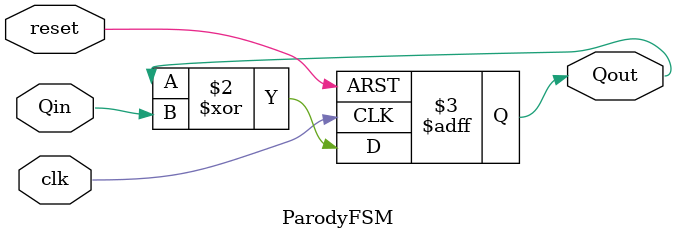
<source format=v>
`timescale 1ns / 1ps


module ParodyFSM(reset, clk, Qin, Qout);
    input reset;
    input clk;
    input Qin;
    output reg Qout;
    
    always @(posedge reset, posedge clk)
    begin
        if(reset)
        begin
            Qout = 0;
        end
        else
            Qout <= Qout ^ Qin;
    end
endmodule

</source>
